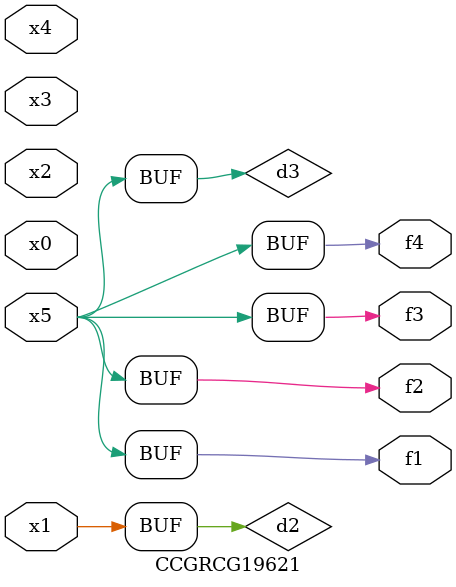
<source format=v>
module CCGRCG19621(
	input x0, x1, x2, x3, x4, x5,
	output f1, f2, f3, f4
);

	wire d1, d2, d3;

	not (d1, x5);
	or (d2, x1);
	xnor (d3, d1);
	assign f1 = d3;
	assign f2 = d3;
	assign f3 = d3;
	assign f4 = d3;
endmodule

</source>
